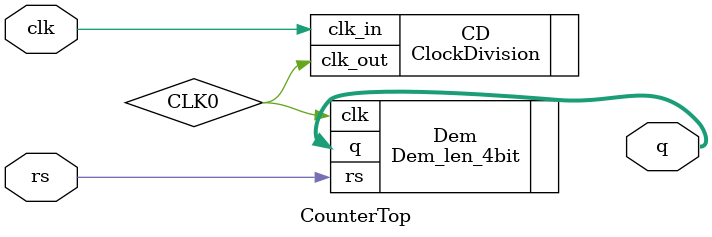
<source format=v>
`timescale 1ns / 1ps
module CounterTop(
   input clk, rs,
	output [3:0] q);
	
wire CLK0;

ClockDivision CD(.clk_in(clk), .clk_out(CLK0));
Dem_len_4bit Dem(.clk(CLK0), .rs(rs), .q(q));


endmodule

</source>
